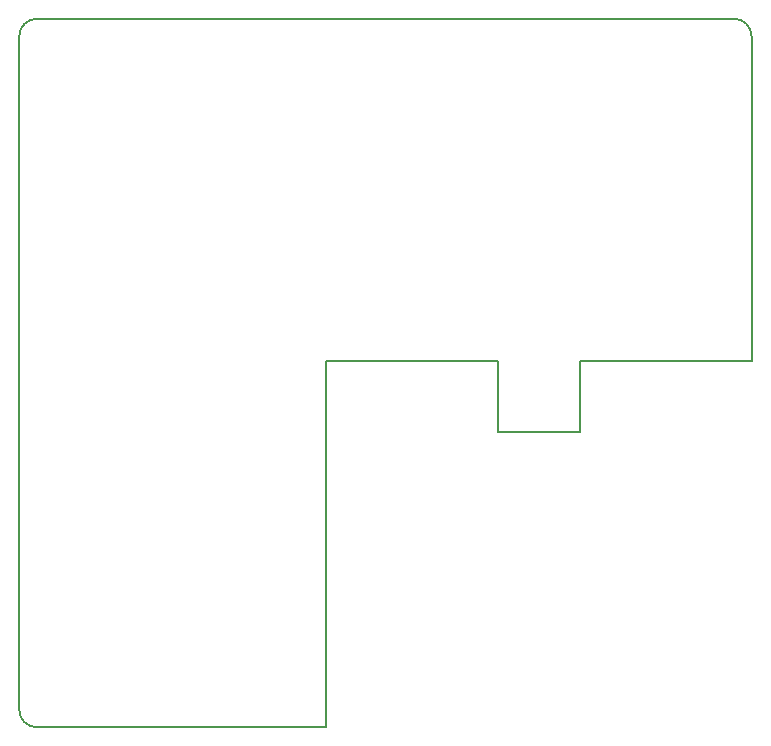
<source format=gbr>
G04 #@! TF.GenerationSoftware,KiCad,Pcbnew,(2017-08-25 revision dd37d0595)-makepkg*
G04 #@! TF.CreationDate,2018-04-16T21:33:22-04:00*
G04 #@! TF.ProjectId,VESC_6.4,564553435F362E342E6B696361645F70,rev?*
G04 #@! TF.SameCoordinates,Original*
G04 #@! TF.FileFunction,Profile,NP*
%FSLAX46Y46*%
G04 Gerber Fmt 4.6, Leading zero omitted, Abs format (unit mm)*
G04 Created by KiCad (PCBNEW (2017-08-25 revision dd37d0595)-makepkg) date 04/16/18 21:33:22*
%MOMM*%
%LPD*%
G01*
G04 APERTURE LIST*
%ADD10C,0.150000*%
G04 APERTURE END LIST*
D10*
X183204782Y-64604902D02*
G75*
G02X184707400Y-66104900I2618J-1499998D01*
G01*
X124207400Y-124604900D02*
G75*
G02X122707400Y-123104900I0J1500000D01*
G01*
X122707400Y-66104900D02*
G75*
G02X124207400Y-64604900I1500000J0D01*
G01*
X163207400Y-99604900D02*
X170207400Y-99604900D01*
X163207400Y-93604900D02*
X163207400Y-99604900D01*
X124207400Y-64604900D02*
X183207400Y-64604900D01*
X184707400Y-66104900D02*
X184707400Y-93604900D01*
X148707400Y-93604900D02*
X163207400Y-93604900D01*
X170207400Y-93604900D02*
X170207400Y-99604900D01*
X170207400Y-93604900D02*
X184707400Y-93604900D01*
X148707400Y-93604900D02*
X148707400Y-124604900D01*
X124207400Y-124604900D02*
X148707400Y-124604900D01*
X122707400Y-66104900D02*
X122707400Y-123104900D01*
M02*

</source>
